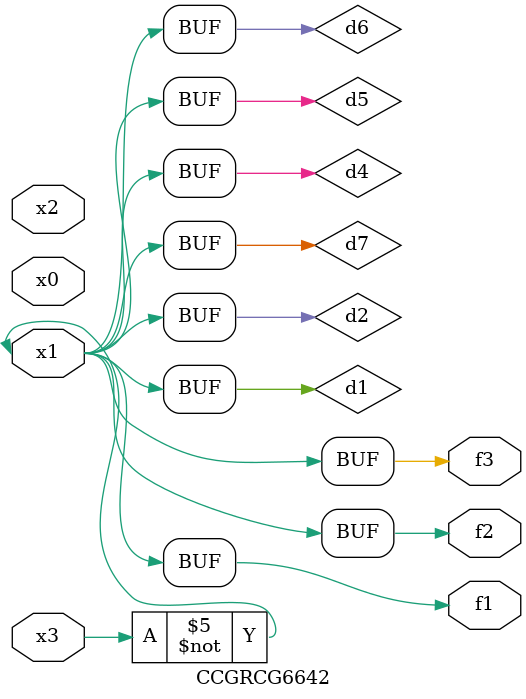
<source format=v>
module CCGRCG6642(
	input x0, x1, x2, x3,
	output f1, f2, f3
);

	wire d1, d2, d3, d4, d5, d6, d7;

	not (d1, x3);
	buf (d2, x1);
	xnor (d3, d1, d2);
	nor (d4, d1);
	buf (d5, d1, d2);
	buf (d6, d4, d5);
	nand (d7, d4);
	assign f1 = d6;
	assign f2 = d7;
	assign f3 = d6;
endmodule

</source>
